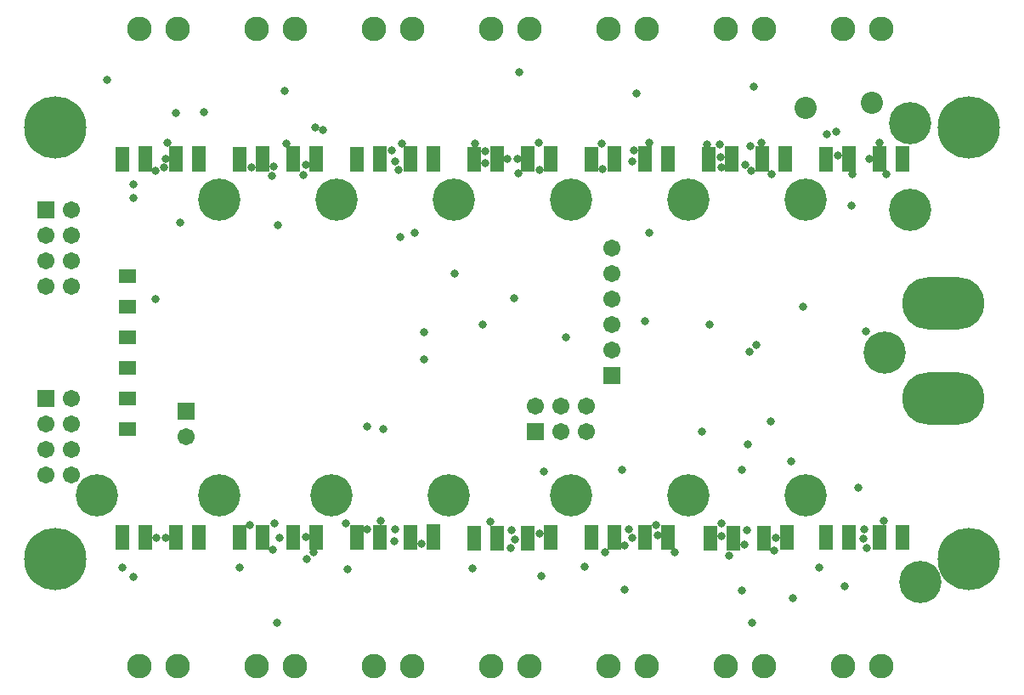
<source format=gbs>
G04 Layer_Color=16711935*
%FSLAX25Y25*%
%MOIN*%
G70*
G01*
G75*
%ADD66C,0.09658*%
%ADD67C,0.06706*%
%ADD68R,0.06706X0.06706*%
%ADD69C,0.16548*%
%ADD70C,0.08674*%
%ADD71C,0.24422*%
%ADD72R,0.06706X0.06706*%
%ADD73O,0.32296X0.20485*%
%ADD74C,0.03162*%
%ADD75R,0.05800X0.03300*%
%ADD76R,0.03300X0.05800*%
D66*
X63500Y13000D02*
D03*
X48500D02*
D03*
X109500D02*
D03*
X94500D02*
D03*
X155500D02*
D03*
X140500D02*
D03*
X201500D02*
D03*
X186500D02*
D03*
X247500D02*
D03*
X232500D02*
D03*
X293500D02*
D03*
X278500D02*
D03*
X339500D02*
D03*
X324500D02*
D03*
Y263000D02*
D03*
X339500D02*
D03*
X278500D02*
D03*
X293500D02*
D03*
X232500D02*
D03*
X247500D02*
D03*
X186500D02*
D03*
X201500D02*
D03*
X140500D02*
D03*
X155500D02*
D03*
X94500D02*
D03*
X109500D02*
D03*
X48500D02*
D03*
X63500D02*
D03*
D67*
X224000Y115000D02*
D03*
Y105000D02*
D03*
X214000Y115000D02*
D03*
Y105000D02*
D03*
X204000Y115000D02*
D03*
X234000Y177000D02*
D03*
Y167000D02*
D03*
Y157000D02*
D03*
Y147000D02*
D03*
Y137000D02*
D03*
X22000Y192000D02*
D03*
X12000Y182000D02*
D03*
X22000D02*
D03*
X12000Y172000D02*
D03*
X22000D02*
D03*
X12000Y162000D02*
D03*
X22000D02*
D03*
Y118000D02*
D03*
X12000Y108000D02*
D03*
X22000D02*
D03*
X12000Y98000D02*
D03*
X22000D02*
D03*
X12000Y88000D02*
D03*
X22000D02*
D03*
X67000Y103000D02*
D03*
D68*
X204000Y105000D02*
D03*
D69*
X32000Y80000D02*
D03*
X80000D02*
D03*
X124000D02*
D03*
X170000D02*
D03*
X80000Y196000D02*
D03*
X126000D02*
D03*
X172000D02*
D03*
X218000Y80000D02*
D03*
X264000D02*
D03*
X310000D02*
D03*
X218000Y196000D02*
D03*
X264000D02*
D03*
X310000D02*
D03*
X355002Y45974D02*
D03*
X341002Y135974D02*
D03*
X351002Y191974D02*
D03*
Y225974D02*
D03*
D70*
X310000Y232000D02*
D03*
X336000Y234000D02*
D03*
D71*
X374016Y224409D02*
D03*
X15748Y55118D02*
D03*
Y224409D02*
D03*
X374016Y55118D02*
D03*
D72*
X234000Y127000D02*
D03*
X12000Y192000D02*
D03*
Y118000D02*
D03*
X67000Y113000D02*
D03*
D73*
X364000Y155402D02*
D03*
Y118000D02*
D03*
D74*
X328063Y193739D02*
D03*
X288301Y216877D02*
D03*
X288563Y207200D02*
D03*
X130263Y51000D02*
D03*
X239000Y43000D02*
D03*
X238000Y90000D02*
D03*
X284894D02*
D03*
X277000Y69000D02*
D03*
X286000Y60780D02*
D03*
X138000Y107000D02*
D03*
X144263Y106177D02*
D03*
X332713Y63000D02*
D03*
X333963Y59477D02*
D03*
X285000Y42577D02*
D03*
X280000Y56377D02*
D03*
X308863Y153877D02*
D03*
X289563Y240477D02*
D03*
X36000Y243000D02*
D03*
X116863Y57577D02*
D03*
X287383Y99977D02*
D03*
X195763Y157477D02*
D03*
X92563Y208677D02*
D03*
X113063Y205677D02*
D03*
X330600Y82877D02*
D03*
X46363Y196677D02*
D03*
X129763Y69177D02*
D03*
X114263Y55077D02*
D03*
X207163Y89377D02*
D03*
X205563Y65100D02*
D03*
X186263Y69777D02*
D03*
X206163Y48477D02*
D03*
X328263Y205977D02*
D03*
X240563Y66600D02*
D03*
X148963Y211177D02*
D03*
X156524Y183077D02*
D03*
X248476D02*
D03*
X340600Y69877D02*
D03*
X59063Y63277D02*
D03*
X230463Y208077D02*
D03*
X196963Y212000D02*
D03*
X147663Y215200D02*
D03*
X101063Y58577D02*
D03*
X239063Y60200D02*
D03*
X243476Y237664D02*
D03*
X151524Y217939D02*
D03*
X242763Y215200D02*
D03*
X205363Y218277D02*
D03*
X180263Y218177D02*
D03*
X296363Y109043D02*
D03*
X315363Y51577D02*
D03*
X46420Y48057D02*
D03*
X287913Y136227D02*
D03*
X63070Y229884D02*
D03*
X183141Y147177D02*
D03*
X46363Y202177D02*
D03*
X64476Y186977D02*
D03*
X151063Y181477D02*
D03*
X276863Y208677D02*
D03*
X113863Y209577D02*
D03*
X103063Y186177D02*
D03*
X184363Y215177D02*
D03*
X160363Y144177D02*
D03*
X160263Y133277D02*
D03*
X276963Y64077D02*
D03*
X195963Y62598D02*
D03*
X148963Y66577D02*
D03*
X58963Y212177D02*
D03*
X58363Y208577D02*
D03*
X272263Y146977D02*
D03*
X258663Y57677D02*
D03*
X271163Y217777D02*
D03*
X269463Y105177D02*
D03*
X290763Y139077D02*
D03*
X92063Y68277D02*
D03*
X197263Y206238D02*
D03*
X179163Y51400D02*
D03*
X247063Y148477D02*
D03*
X216093Y142177D02*
D03*
X223363Y52077D02*
D03*
X103765Y63400D02*
D03*
X101486Y69077D02*
D03*
X148563Y61900D02*
D03*
X241949Y63400D02*
D03*
X143163Y69977D02*
D03*
X138063Y66700D02*
D03*
X297740Y58377D02*
D03*
X304263Y93277D02*
D03*
X286863Y66500D02*
D03*
X73963Y230489D02*
D03*
X286283Y209798D02*
D03*
X276140Y217777D02*
D03*
X106263Y217926D02*
D03*
X230121Y218077D02*
D03*
X248476Y218277D02*
D03*
X59476Y218377D02*
D03*
X184363Y210277D02*
D03*
X205763Y207577D02*
D03*
X150263Y207672D02*
D03*
X101263Y209177D02*
D03*
X276663Y212777D02*
D03*
X120663Y223277D02*
D03*
X117663Y224277D02*
D03*
X88063Y51777D02*
D03*
X241863Y211077D02*
D03*
X172263Y166964D02*
D03*
X100476Y205299D02*
D03*
X55063Y157177D02*
D03*
X334963Y212000D02*
D03*
X159163Y60877D02*
D03*
X194298Y59235D02*
D03*
X251963Y64477D02*
D03*
X332963Y66577D02*
D03*
X292563Y218477D02*
D03*
X251263Y68477D02*
D03*
X193063Y212000D02*
D03*
X325363Y44277D02*
D03*
X305063Y39577D02*
D03*
X194563Y66400D02*
D03*
X296663Y205977D02*
D03*
X55063Y207200D02*
D03*
X322763Y213277D02*
D03*
X341663Y205977D02*
D03*
X55323Y63400D02*
D03*
X114063Y63577D02*
D03*
X298363Y63500D02*
D03*
X231186Y57677D02*
D03*
X105476Y238777D02*
D03*
X333763Y144237D02*
D03*
X42063Y51677D02*
D03*
X321963Y222777D02*
D03*
X338863Y218377D02*
D03*
X318363Y221577D02*
D03*
X102570Y29977D02*
D03*
X197563Y245977D02*
D03*
X289000Y30000D02*
D03*
D75*
X71976Y215200D02*
D03*
Y212000D02*
D03*
Y208800D02*
D03*
X50976Y215200D02*
D03*
Y212000D02*
D03*
Y208800D02*
D03*
X62976Y215200D02*
D03*
Y212000D02*
D03*
Y208800D02*
D03*
X41976Y215000D02*
D03*
Y211800D02*
D03*
Y208600D02*
D03*
X117976Y215200D02*
D03*
Y212000D02*
D03*
Y208800D02*
D03*
X108976Y215200D02*
D03*
Y212000D02*
D03*
Y208800D02*
D03*
X96976Y215200D02*
D03*
Y212000D02*
D03*
Y208800D02*
D03*
X87976Y215000D02*
D03*
Y211800D02*
D03*
Y208600D02*
D03*
X164024Y215200D02*
D03*
Y212000D02*
D03*
Y208800D02*
D03*
X155024Y215200D02*
D03*
Y212000D02*
D03*
Y208800D02*
D03*
X143024Y215200D02*
D03*
Y212000D02*
D03*
Y208800D02*
D03*
X134024Y215000D02*
D03*
Y211800D02*
D03*
Y208600D02*
D03*
X210024Y215200D02*
D03*
Y212000D02*
D03*
Y208800D02*
D03*
X201024Y215200D02*
D03*
Y212000D02*
D03*
Y208800D02*
D03*
X189024Y215200D02*
D03*
Y212000D02*
D03*
Y208800D02*
D03*
X180024Y215000D02*
D03*
Y211800D02*
D03*
Y208600D02*
D03*
X255976Y215200D02*
D03*
Y212000D02*
D03*
Y208800D02*
D03*
X246976Y215200D02*
D03*
Y212000D02*
D03*
Y208800D02*
D03*
X234976Y215200D02*
D03*
Y212000D02*
D03*
Y208800D02*
D03*
X225976Y215000D02*
D03*
Y211800D02*
D03*
Y208600D02*
D03*
X302024Y215200D02*
D03*
Y212000D02*
D03*
Y208800D02*
D03*
X293024Y215200D02*
D03*
Y212000D02*
D03*
Y208800D02*
D03*
X281024Y215200D02*
D03*
Y212000D02*
D03*
Y208800D02*
D03*
X272024Y215000D02*
D03*
Y211800D02*
D03*
Y208600D02*
D03*
X348024Y215200D02*
D03*
Y212000D02*
D03*
Y208800D02*
D03*
X339024Y215200D02*
D03*
Y212000D02*
D03*
Y208800D02*
D03*
X327024Y215200D02*
D03*
Y212000D02*
D03*
Y208800D02*
D03*
X318024Y215000D02*
D03*
Y211800D02*
D03*
Y208600D02*
D03*
X42100Y60200D02*
D03*
Y63400D02*
D03*
Y66600D02*
D03*
X51100Y60200D02*
D03*
Y63400D02*
D03*
Y66600D02*
D03*
X63100Y60200D02*
D03*
Y63400D02*
D03*
Y66600D02*
D03*
X72100Y60400D02*
D03*
Y63600D02*
D03*
Y66800D02*
D03*
X88100Y60200D02*
D03*
Y63400D02*
D03*
Y66600D02*
D03*
X97100Y60200D02*
D03*
Y63400D02*
D03*
Y66600D02*
D03*
X109100Y60200D02*
D03*
Y63400D02*
D03*
Y66600D02*
D03*
X118100Y60400D02*
D03*
Y63600D02*
D03*
Y66800D02*
D03*
X134000Y60300D02*
D03*
Y63500D02*
D03*
Y66700D02*
D03*
X143000Y60300D02*
D03*
Y63500D02*
D03*
Y66700D02*
D03*
X155000Y60300D02*
D03*
Y63500D02*
D03*
Y66700D02*
D03*
X164000Y60500D02*
D03*
Y63700D02*
D03*
Y66900D02*
D03*
X179900Y60100D02*
D03*
Y63300D02*
D03*
Y66500D02*
D03*
X188900Y60100D02*
D03*
Y63300D02*
D03*
Y66500D02*
D03*
X200900Y60100D02*
D03*
Y63300D02*
D03*
Y66500D02*
D03*
X209900Y60300D02*
D03*
Y63500D02*
D03*
Y66700D02*
D03*
X226000Y60200D02*
D03*
Y63400D02*
D03*
Y66600D02*
D03*
X235000Y60200D02*
D03*
Y63400D02*
D03*
Y66600D02*
D03*
X247000Y60200D02*
D03*
Y63400D02*
D03*
Y66600D02*
D03*
X256000Y60400D02*
D03*
Y63600D02*
D03*
Y66800D02*
D03*
X272500Y60100D02*
D03*
Y63300D02*
D03*
Y66500D02*
D03*
X281500Y60100D02*
D03*
Y63300D02*
D03*
Y66500D02*
D03*
X293500Y60100D02*
D03*
Y63300D02*
D03*
Y66500D02*
D03*
X302500Y60300D02*
D03*
Y63500D02*
D03*
Y66700D02*
D03*
X318100Y60200D02*
D03*
Y63400D02*
D03*
Y66600D02*
D03*
X327100Y60200D02*
D03*
Y63400D02*
D03*
Y66600D02*
D03*
X339100Y60200D02*
D03*
Y63400D02*
D03*
Y66600D02*
D03*
X348100Y60400D02*
D03*
Y63600D02*
D03*
Y66800D02*
D03*
D76*
X42228Y154000D02*
D03*
X45772D02*
D03*
Y142000D02*
D03*
X42228D02*
D03*
Y166000D02*
D03*
X45772D02*
D03*
X42228Y130000D02*
D03*
X45772D02*
D03*
X42228Y118000D02*
D03*
X45772D02*
D03*
X42228Y106000D02*
D03*
X45772D02*
D03*
M02*

</source>
